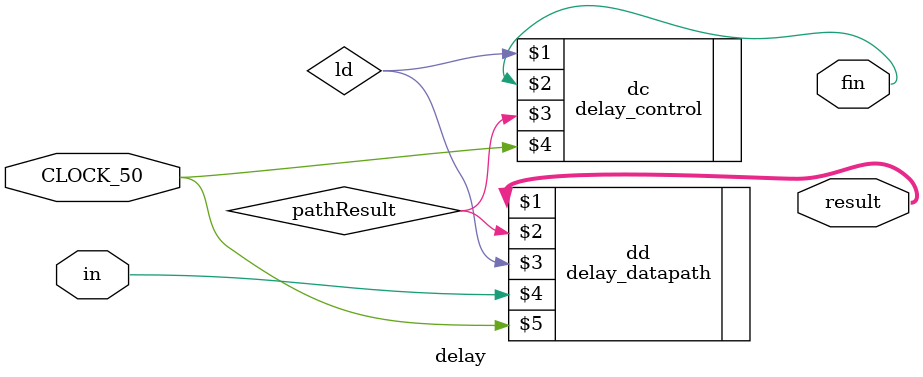
<source format=v>
module delay(result, fin, in, CLOCK_50);
input CLOCK_50, in;
output [31:0] result;
output fin;

wire ld, pathResult;

delay_control dc(ld, fin, pathResult, CLOCK_50);
delay_datapath dd(result, pathResult, ld, in, CLOCK_50);


endmodule

</source>
